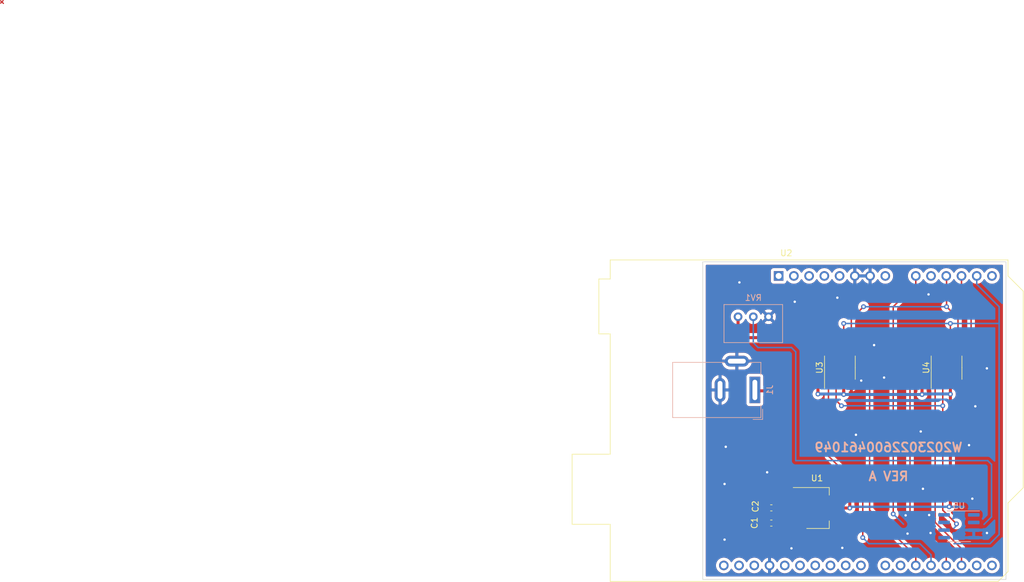
<source format=kicad_pcb>
(kicad_pcb (version 20211014) (generator pcbnew)
  (layers (0 "F.Cu" signal) (31 "B.Cu" signal) (34 "B.Paste" user) (35 "F.Paste" user) (36 "B.SilkS" user "B.Silkscreen") (37 "F.SilkS" user "F.Silkscreen") (38 "B.Mask" user) (39 "F.Mask" user) (44 "Edge.Cuts" user))
  (net 0 "")
  (net 1 "GND")
  (net 2 "Net-(C2-Pad1)")
  (net 3 "Net-(C1-Pad1)")
  (net 10 "Net-(U2-Pad9)")
  (net 12 "/MOSI")
  (net 13 "/MISO")
  (net 14 "/SCK")
  (net 18 "Net-(U2-Pad17)")
  (net 19 "Net-(U2-Pad18)")
  (net 20 "Net-(U2-Pad19)")
  (net 21 "Net-(U2-Pad20)")
  (net 33 "Net-(RV1-Pad2)")
  (footprint "Package_SO:SOIC-8_3.9x4.9mm_P1.27mm" (layer "F.Cu") (at 139.7 60.96 90)
    (fp_text reference "U3" (at 0 -3.4 90) (layer "F.SilkS"))
    (fp_text value "AT25SF081-SSHD-X")
    (fp_line (start 0 2.56) (end 1.95 2.56) (layer "F.SilkS") (width 0.12))
    (fp_line (start 0 -2.56) (end -3.45 -2.56) (layer "F.SilkS") (width 0.12))
    (fp_line (start 0 -2.56) (end 1.95 -2.56) (layer "F.SilkS") (width 0.12))
    (fp_line (start 0 2.56) (end -1.95 2.56) (layer "F.SilkS") (width 0.12))
    (pad "1" smd roundrect locked (at -2.475 -1.905 90) (size 1.95 0.6) (layers "F.Cu" "F.Paste" "F.Mask") (net 20 "Net-(U2-Pad19)"))
    (pad "2" smd roundrect locked (at -2.475 -0.635 90) (size 1.95 0.6) (layers "F.Cu" "F.Paste" "F.Mask") (net 13 "/MISO"))
    (pad "3" smd roundrect locked (at -2.475 0.635 90) (size 1.95 0.6) (layers "F.Cu" "F.Paste" "F.Mask") (net 2 "Net-(C2-Pad1)"))
    (pad "4" smd roundrect locked (at -2.475 1.905 90) (size 1.95 0.6) (layers "F.Cu" "F.Paste" "F.Mask") (net 1 "GND"))
    (pad "5" smd roundrect locked (at 2.475 1.905 90) (size 1.95 0.6) (layers "F.Cu" "F.Paste" "F.Mask") (net 12 "/MOSI"))
    (pad "6" smd roundrect locked (at 2.475 0.635 90) (size 1.95 0.6) (layers "F.Cu" "F.Paste" "F.Mask") (net 14 "/SCK"))
    (pad "7" smd roundrect locked (at 2.475 -0.635 90) (size 1.95 0.6) (layers "F.Cu" "F.Paste" "F.Mask") (net 21 "Net-(U2-Pad20)"))
    (pad "8" smd roundrect locked (at 2.475 -1.905 90) (size 1.95 0.6) (layers "F.Cu" "F.Paste" "F.Mask") (net 2 "Net-(C2-Pad1)"))
  )
  (footprint "Capacitor_SMD:C_0603_1608Metric" (layer "F.Cu") (at 128.27 86.868 180)
    (fp_text reference "C1" (at 2.807 0.0254 90) (layer "F.SilkS"))
    (fp_text value "C_Polarized_Small_US")
    (fp_line (start -0.14058 -0.51) (end 0.14058 -0.51) (layer "F.SilkS") (width 0.12))
    (fp_line (start -0.14058 0.51) (end 0.14058 0.51) (layer "F.SilkS") (width 0.12))
    (pad "1" smd roundrect locked (at -0.775 0 180) (size 0.9 0.95) (layers "F.Cu" "F.Paste" "F.Mask") (net 3 "Net-(C1-Pad1)"))
    (pad "2" smd roundrect locked (at 0.775 0 180) (size 0.9 0.95) (layers "F.Cu" "F.Paste" "F.Mask") (net 1 "GND"))
  )
  (footprint "Package_SO:SOIC-8_3.9x4.9mm_P1.27mm" (layer "F.Cu") (at 157.48 60.96 90)
    (fp_text reference "U4" (at 0 -3.4 90) (layer "F.SilkS"))
    (fp_text value "AT25SF081-SSHD-X")
    (fp_line (start 0 -2.56) (end 1.95 -2.56) (layer "F.SilkS") (width 0.12))
    (fp_line (start 0 2.56) (end 1.95 2.56) (layer "F.SilkS") (width 0.12))
    (fp_line (start 0 -2.56) (end -3.45 -2.56) (layer "F.SilkS") (width 0.12))
    (fp_line (start 0 2.56) (end -1.95 2.56) (layer "F.SilkS") (width 0.12))
    (pad "1" smd roundrect locked (at -2.475 -1.905 90) (size 1.95 0.6) (layers "F.Cu" "F.Paste" "F.Mask") (net 18 "Net-(U2-Pad17)"))
    (pad "2" smd roundrect locked (at -2.475 -0.635 90) (size 1.95 0.6) (layers "F.Cu" "F.Paste" "F.Mask") (net 13 "/MISO"))
    (pad "3" smd roundrect locked (at -2.475 0.635 90) (size 1.95 0.6) (layers "F.Cu" "F.Paste" "F.Mask") (net 2 "Net-(C2-Pad1)"))
    (pad "4" smd roundrect locked (at -2.475 1.905 90) (size 1.95 0.6) (layers "F.Cu" "F.Paste" "F.Mask") (net 1 "GND"))
    (pad "5" smd roundrect locked (at 2.475 1.905 90) (size 1.95 0.6) (layers "F.Cu" "F.Paste" "F.Mask") (net 12 "/MOSI"))
    (pad "6" smd roundrect locked (at 2.475 0.635 90) (size 1.95 0.6) (layers "F.Cu" "F.Paste" "F.Mask") (net 14 "/SCK"))
    (pad "7" smd roundrect locked (at 2.475 -0.635 90) (size 1.95 0.6) (layers "F.Cu" "F.Paste" "F.Mask") (net 19 "Net-(U2-Pad18)"))
    (pad "8" smd roundrect locked (at 2.475 -1.905 90) (size 1.95 0.6) (layers "F.Cu" "F.Paste" "F.Mask") (net 2 "Net-(C2-Pad1)"))
  )
  (footprint "Package_TO_SOT_SMD:SOT-223-3_TabPin2" (layer "F.Cu") (at 136.017 84.3534)
    (fp_text reference "U1" (at -0.127 -4.9784) (layer "F.SilkS"))
    (fp_text value "NCP1117-3.3_SOT223")
    (fp_line (start 1.91 -3.41) (end 1.91 -2.15) (layer "F.SilkS") (width 0.12))
    (fp_line (start -1.85 3.41) (end 1.91 3.41) (layer "F.SilkS") (width 0.12))
    (fp_line (start -4.1 -3.41) (end 1.91 -3.41) (layer "F.SilkS") (width 0.12))
    (fp_line (start 1.91 3.41) (end 1.91 2.15) (layer "F.SilkS") (width 0.12))
    (pad "1" smd rect locked (at -3.15 -2.3) (size 2 1.5) (layers "F.Cu" "F.Paste" "F.Mask") (net 1 "GND"))
    (pad "2" smd rect locked (at 3.15 0) (size 2 3.8) (layers "F.Cu" "F.Paste" "F.Mask") (net 2 "Net-(C2-Pad1)"))
    (pad "2" smd rect locked (at -3.15 0) (size 2 1.5) (layers "F.Cu" "F.Paste" "F.Mask") (net 2 "Net-(C2-Pad1)"))
    (pad "3" smd rect locked (at -3.15 2.3) (size 2 1.5) (layers "F.Cu" "F.Paste" "F.Mask") (net 3 "Net-(C1-Pad1)"))
  )
  (footprint "Module:Arduino_UNO_R3" (layer "F.Cu") (at 129.4892 45.6692)
    (fp_text reference "U2" (at 1.27 -3.81) (layer "F.SilkS"))
    (fp_text value "Arduino_UNO_R3")
    (fp_line (start 40.77 35.31) (end 40.77 2.54) (layer "F.SilkS") (width 0.12))
    (fp_line (start 40.77 2.54) (end 38.23 0) (layer "F.SilkS") (width 0.12))
    (fp_line (start -34.42 41.4) (end -28.07 41.4) (layer "F.SilkS") (width 0.12))
    (fp_line (start -28.07 -2.67) (end -28.07 0.51) (layer "F.SilkS") (width 0.12))
    (fp_line (start 38.23 -2.67) (end -28.07 -2.67) (layer "F.SilkS") (width 0.12))
    (fp_line (start 38.23 49.28) (end 38.23 37.85) (layer "F.SilkS") (width 0.12))
    (fp_line (start -28.07 0.51) (end -29.97 0.51) (layer "F.SilkS") (width 0.12))
    (fp_line (start -29.97 9.65) (end -28.07 9.65) (layer "F.SilkS") (width 0.12))
    (fp_line (start -29.97 0.51) (end -29.97 9.65) (layer "F.SilkS") (width 0.12))
    (fp_line (start 38.23 0) (end 38.23 -2.67) (layer "F.SilkS") (width 0.12))
    (fp_line (start -28.07 41.4) (end -28.07 50.93) (layer "F.SilkS") (width 0.12))
    (fp_line (start -28.07 29.72) (end -34.42 29.72) (layer "F.SilkS") (width 0.12))
    (fp_line (start 38.23 37.85) (end 40.77 35.31) (layer "F.SilkS") (width 0.12))
    (fp_line (start -28.07 9.65) (end -28.07 29.72) (layer "F.SilkS") (width 0.12))
    (fp_line (start 36.58 50.93) (end 38.23 49.28) (layer "F.SilkS") (width 0.12))
    (fp_line (start -28.07 50.93) (end 36.58 50.93) (layer "F.SilkS") (width 0.12))
    (fp_line (start -34.42 29.72) (end -34.42 41.4) (layer "F.SilkS") (width 0.12))
    (pad "1" thru_hole rect locked (at 0 0 90) (size 1.6 1.6) (drill 1) (layers *.Cu *.Mask))
    (pad "2" thru_hole oval locked (at 2.54 0 90) (size 1.6 1.6) (drill 1) (layers *.Cu *.Mask))
    (pad "3" thru_hole oval locked (at 5.08 0 90) (size 1.6 1.6) (drill 1) (layers *.Cu *.Mask))
    (pad "4" thru_hole oval locked (at 7.62 0 90) (size 1.6 1.6) (drill 1) (layers *.Cu *.Mask))
    (pad "5" thru_hole oval locked (at 10.16 0 90) (size 1.6 1.6) (drill 1) (layers *.Cu *.Mask))
    (pad "6" thru_hole oval locked (at 12.7 0 90) (size 1.6 1.6) (drill 1) (layers *.Cu *.Mask) (net 1 "GND"))
    (pad "7" thru_hole oval locked (at 15.24 0 90) (size 1.6 1.6) (drill 1) (layers *.Cu *.Mask) (net 1 "GND"))
    (pad "8" thru_hole oval locked (at 17.78 0 90) (size 1.6 1.6) (drill 1) (layers *.Cu *.Mask))
    (pad "9" thru_hole oval locked (at 22.86 0 90) (size 1.6 1.6) (drill 1) (layers *.Cu *.Mask) (net 10 "Net-(U2-Pad9)"))
    (pad "10" thru_hole oval locked (at 25.4 0 90) (size 1.6 1.6) (drill 1) (layers *.Cu *.Mask))
    (pad "11" thru_hole oval locked (at 27.94 0 90) (size 1.6 1.6) (drill 1) (layers *.Cu *.Mask) (net 12 "/MOSI"))
    (pad "12" thru_hole oval locked (at 30.48 0 90) (size 1.6 1.6) (drill 1) (layers *.Cu *.Mask) (net 13 "/MISO"))
    (pad "13" thru_hole oval locked (at 33.02 0 90) (size 1.6 1.6) (drill 1) (layers *.Cu *.Mask) (net 14 "/SCK"))
    (pad "14" thru_hole oval locked (at 35.56 0 90) (size 1.6 1.6) (drill 1) (layers *.Cu *.Mask))
    (pad "15" thru_hole oval locked (at 35.56 48.26 90) (size 1.6 1.6) (drill 1) (layers *.Cu *.Mask))
    (pad "16" thru_hole oval locked (at 33.02 48.26 90) (size 1.6 1.6) (drill 1) (layers *.Cu *.Mask))
    (pad "17" thru_hole oval locked (at 30.48 48.26 90) (size 1.6 1.6) (drill 1) (layers *.Cu *.Mask) (net 18 "Net-(U2-Pad17)"))
    (pad "18" thru_hole oval locked (at 27.94 48.26 90) (size 1.6 1.6) (drill 1) (layers *.Cu *.Mask) (net 19 "Net-(U2-Pad18)"))
    (pad "19" thru_hole oval locked (at 25.4 48.26 90) (size 1.6 1.6) (drill 1) (layers *.Cu *.Mask) (net 20 "Net-(U2-Pad19)"))
    (pad "20" thru_hole oval locked (at 22.86 48.26 90) (size 1.6 1.6) (drill 1) (layers *.Cu *.Mask) (net 21 "Net-(U2-Pad20)"))
    (pad "21" thru_hole oval locked (at 20.32 48.26 90) (size 1.6 1.6) (drill 1) (layers *.Cu *.Mask))
    (pad "22" thru_hole oval locked (at 17.78 48.26 90) (size 1.6 1.6) (drill 1) (layers *.Cu *.Mask))
    (pad "23" thru_hole oval locked (at 13.72 48.26 90) (size 1.6 1.6) (drill 1) (layers *.Cu *.Mask))
    (pad "24" thru_hole oval locked (at 11.18 48.26 90) (size 1.6 1.6) (drill 1) (layers *.Cu *.Mask))
    (pad "25" thru_hole oval locked (at 8.64 48.26 90) (size 1.6 1.6) (drill 1) (layers *.Cu *.Mask))
    (pad "26" thru_hole oval locked (at 6.1 48.26 90) (size 1.6 1.6) (drill 1) (layers *.Cu *.Mask))
    (pad "27" thru_hole oval locked (at 3.56 48.26 90) (size 1.6 1.6) (drill 1) (layers *.Cu *.Mask))
    (pad "28" thru_hole oval locked (at 1.02 48.26 90) (size 1.6 1.6) (drill 1) (layers *.Cu *.Mask))
    (pad "29" thru_hole oval locked (at -1.52 48.26 90) (size 1.6 1.6) (drill 1) (layers *.Cu *.Mask) (net 1 "GND"))
    (pad "30" thru_hole oval locked (at -4.06 48.26 90) (size 1.6 1.6) (drill 1) (layers *.Cu *.Mask))
    (pad "31" thru_hole oval locked (at -6.6 48.26 90) (size 1.6 1.6) (drill 1) (layers *.Cu *.Mask))
    (pad "32" thru_hole oval locked (at -9.14 48.26 90) (size 1.6 1.6) (drill 1) (layers *.Cu *.Mask))
  )
  (footprint "Capacitor_SMD:C_0603_1608Metric" (layer "F.Cu") (at 128.27 84.328 180)
    (fp_text reference "C2" (at 2.6416 0.2286 90) (layer "F.SilkS"))
    (fp_text value "C_Polarized_Small_US")
    (fp_line (start -0.14058 -0.51) (end 0.14058 -0.51) (layer "F.SilkS") (width 0.12))
    (fp_line (start -0.14058 0.51) (end 0.14058 0.51) (layer "F.SilkS") (width 0.12))
    (pad "1" smd roundrect locked (at -0.775 0 180) (size 0.9 0.95) (layers "F.Cu" "F.Paste" "F.Mask") (net 2 "Net-(C2-Pad1)"))
    (pad "2" smd roundrect locked (at 0.775 0 180) (size 0.9 0.95) (layers "F.Cu" "F.Paste" "F.Mask") (net 1 "GND"))
  )
  (footprint "Connector_BarrelJack:BarrelJack_Wuerth_6941xx301002" (layer "B.Cu") (at 125.525 64.675 90)
    (fp_text reference "J1" (at 0 2.5 90) (layer "B.SilkS") (effects (justify mirror)))
    (fp_text value "Barrel_Jack_Switch_Pin3Ring")
    (fp_line (start 4.6 -5.2) (end 4.6 -13.7) (layer "B.SilkS") (width 0.12))
    (fp_line (start -3.2 1.3) (end -4.9 1.3) (layer "B.SilkS") (width 0.12))
    (fp_line (start -4.6 1) (end -2.5 1) (layer "B.SilkS") (width 0.12))
    (fp_line (start 4.6 -13.7) (end -4.6 -13.7) (layer "B.SilkS") (width 0.12))
    (fp_line (start -4.9 1.3) (end -4.9 -0.3) (layer "B.SilkS") (width 0.12))
    (fp_line (start 2.5 1) (end 4.6 1) (layer "B.SilkS") (width 0.12))
    (fp_line (start -4.6 -13.7) (end -4.6 1) (layer "B.SilkS") (width 0.12))
    (fp_line (start 4.6 1) (end 4.6 -0.8) (layer "B.SilkS") (width 0.12))
    (pad "1" thru_hole rect locked (at 0 0 90) (size 4.4 1.8) (drill oval 3.4 0.8) (layers *.Cu *.Mask) (net 3 "Net-(C1-Pad1)"))
    (pad "2" thru_hole oval locked (at 0 -5.8 90) (size 4 1.8) (drill oval 3 0.8) (layers *.Cu *.Mask) (net 1 "GND"))
    (pad "3" thru_hole oval locked (at 4.8 -3) (size 4 1.8) (drill oval 3 0.8) (layers *.Cu *.Mask) (net 1 "GND"))
  )
  (footprint "Potentiometer_THT:Potentiometer_Bourns_3299W_Vertical" (layer "B.Cu") (at 122.725 52.475 180)
    (fp_text reference "RV1" (at -2.54 3.16) (layer "B.SilkS") (effects (justify mirror)))
    (fp_text value "R_Potentiometer")
    (fp_line (start 2.345 2.03) (end 2.345 -4.31) (layer "B.SilkS") (width 0.12))
    (fp_line (start -7.425 2.03) (end 2.345 2.03) (layer "B.SilkS") (width 0.12))
    (fp_line (start -7.425 -4.31) (end 2.345 -4.31) (layer "B.SilkS") (width 0.12))
    (fp_line (start -7.425 2.03) (end -7.425 -4.31) (layer "B.SilkS") (width 0.12))
    (pad "1" thru_hole circle locked (at 0 0 180) (size 1.44 1.44) (drill 0.8) (layers *.Cu *.Mask) (net 2 "Net-(C2-Pad1)"))
    (pad "2" thru_hole circle locked (at -2.54 0 180) (size 1.44 1.44) (drill 0.8) (layers *.Cu *.Mask) (net 33 "Net-(RV1-Pad2)"))
    (pad "3" thru_hole circle locked (at -5.08 0 180) (size 1.44 1.44) (drill 0.8) (layers *.Cu *.Mask) (net 1 "GND"))
  )
  (footprint "Package_SO:SOIC-8_3.9x4.9mm_P1.27mm" (layer "B.Cu") (at 159.5374 87.4 180)
    (fp_text reference "U5" (at 0 3.4) (layer "B.SilkS") (effects (justify mirror)))
    (fp_text value "MCP3550-60-ESN")
    (fp_line (start 0 2.56) (end -3.45 2.56) (layer "B.SilkS") (width 0.12))
    (fp_line (start 0 -2.56) (end -1.95 -2.56) (layer "B.SilkS") (width 0.12))
    (fp_line (start 0 -2.56) (end 1.95 -2.56) (layer "B.SilkS") (width 0.12))
    (fp_line (start 0 2.56) (end 1.95 2.56) (layer "B.SilkS") (width 0.12))
    (pad "1" smd roundrect (at -2.475 1.905 180) (size 1.95 0.6) (layers "B.Cu" "B.Paste" "B.Mask") (net 2 "Net-(C2-Pad1)"))
    (pad "2" smd roundrect (at -2.475 0.635 180) (size 1.95 0.6) (layers "B.Cu" "B.Paste" "B.Mask") (net 33 "Net-(RV1-Pad2)"))
    (pad "3" smd roundrect (at -2.475 -0.635 180) (size 1.95 0.6) (layers "B.Cu" "B.Paste" "B.Mask") (net 1 "GND"))
    (pad "4" smd roundrect (at -2.475 -1.905 180) (size 1.95 0.6) (layers "B.Cu" "B.Paste" "B.Mask") (net 1 "GND"))
    (pad "5" smd roundrect (at 2.475 -1.905 180) (size 1.95 0.6) (layers "B.Cu" "B.Paste" "B.Mask") (net 14 "/SCK"))
    (pad "6" smd roundrect (at 2.475 -0.635 180) (size 1.95 0.6) (layers "B.Cu" "B.Paste" "B.Mask") (net 13 "/MISO"))
    (pad "7" smd roundrect (at 2.475 0.635 180) (size 1.95 0.6) (layers "B.Cu" "B.Paste" "B.Mask") (net 10 "Net-(U2-Pad9)"))
    (pad "8" smd roundrect (at 2.475 1.905 180) (size 1.95 0.6) (layers "B.Cu" "B.Paste" "B.Mask") (net 2 "Net-(C2-Pad1)"))
  )
  (gr_line (start 0 0) (end -0.2 -0.2) (layer "F.Cu") (width 0.2))
  (gr_line (start 0 0) (end 0.225 -0.225) (layer "F.Cu") (width 0.2))
  (gr_line (start 0 0) (end 0.275 0.25) (layer "F.Cu") (width 0.2))
  (gr_line (start 0 0) (end -0.2 0.2) (layer "F.Cu") (width 0.2))
  (gr_rect (start 167.386 96.266) (end 116.84 43.307) (layer "Edge.Cuts") (width 0.1) (fill none))
  (gr_text "W2023022600461049" (at 147.8 74.25) (layer "B.SilkS") (effects (font (size 1.5 1.5) (thickness 0.3)) (justify mirror)))
  (gr_text "REV A" (at 147.8 79.075) (layer "B.SilkS") (effects (font (size 1.5 1.5) (thickness 0.3)) (justify mirror)))
  (via (at 127.575 78.4) (size 0.8) (drill 0.4) (layers "F.Cu" "B.Cu") (net 1))
  (via (at 147.066 62.611) (size 0.8) (drill 0.4) (layers "F.Cu" "B.Cu") (net 1))
  (via (at 142.375 72.15) (size 0.8) (drill 0.4) (layers "F.Cu" "B.Cu") (net 1))
  (via (at 120.475 89.625) (size 0.8) (drill 0.4) (layers "F.Cu" "B.Cu") (net 1))
  (via (at 143.256 63.119) (size 0.8) (drill 0.4) (layers "F.Cu" "B.Cu") (net 1))
  (via (at 122.95 46.75) (size 0.8) (drill 0.4) (layers "F.Cu" "B.Cu") (net 1))
  (via (at 131.625 91.075) (size 0.8) (drill 0.4) (layers "F.Cu" "B.Cu") (net 1))
  (via (at 150.6595 85.575) (size 0.8) (drill 0.4) (layers "F.Cu" "B.Cu") (net 1))
  (via (at 140.1 91) (size 0.8) (drill 0.4) (layers "F.Cu" "B.Cu") (net 1))
  (via (at 164.211 88.519) (size 0.8) (drill 0.4) (layers "F.Cu" "B.Cu") (net 1))
  (via (at 120.475 80.35) (size 0.8) (drill 0.4) (layers "F.Cu" "B.Cu") (net 1))
  (via (at 164.2 61.075) (size 0.8) (drill 0.4) (layers "F.Cu" "B.Cu") (net 1))
  (via (at 154.575 85.525) (size 0.8) (drill 0.4) (layers "F.Cu" "B.Cu") (net 1))
  (via (at 153.543 81.153) (size 0.8) (drill 0.4) (layers "F.Cu" "B.Cu") (net 1))
  (via (at 161.775 82.8) (size 0.8) (drill 0.4) (layers "F.Cu" "B.Cu") (net 1))
  (via (at 145.4 57.2) (size 0.8) (drill 0.4) (layers "F.Cu" "B.Cu") (net 1))
  (via (at 153.175 71.6) (size 0.8) (drill 0.4) (layers "F.Cu" "B.Cu") (net 1))
  (via (at 154.475 48.75) (size 0.8) (drill 0.4) (layers "F.Cu" "B.Cu") (net 1))
  (via (at 150.975 88.625) (size 0.8) (drill 0.4) (layers "F.Cu" "B.Cu") (net 1))
  (via (at 154.813 88.519) (size 0.8) (drill 0.4) (layers "F.Cu" "B.Cu") (net 1))
  (via (at 132.175 49.975) (size 0.8) (drill 0.4) (layers "F.Cu" "B.Cu") (net 1))
  (via (at 139.275 49.3) (size 0.8) (drill 0.4) (layers "F.Cu" "B.Cu") (net 1))
  (via (at 120.675 74.15) (size 0.8) (drill 0.4) (layers "F.Cu" "B.Cu") (net 1))
  (via (at 161.225 73.875) (size 0.8) (drill 0.4) (layers "F.Cu" "B.Cu") (net 1))
  (via (at 162.275 67.4) (size 0.8) (drill 0.4) (layers "F.Cu" "B.Cu") (net 1))
  (segment (start 129.045 84.328) (end 129.045 80.632) (width 0.508) (layer "F.Cu") (net 2))
  (segment (start 136.0424 55.9562) (end 136.0424 65.3542) (width 0.508) (layer "F.Cu") (net 2))
  (segment (start 155.575 56.7182) (end 155.448 56.5912) (width 0.508) (layer "F.Cu") (net 2))
  (segment (start 141.351 84.3534) (end 139.167 84.3534) (width 0.508) (layer "F.Cu") (net 2))
  (segment (start 129.045 80.632) (end 130.175 79.502) (width 0.508) (layer "F.Cu") (net 2))
  (segment (start 141.351 80.899) (end 141.351 84.3534) (width 0.508) (layer "F.Cu") (net 2))
  (segment (start 129.0704 84.3534) (end 132.867 84.3534) (width 0.5) (layer "F.Cu") (net 2))
  (segment (start 158.115 63.435) (end 158.115 65.3796) (width 0.508) (layer "F.Cu") (net 2))
  (segment (start 140.335 64.9224) (end 140.335 65.4304) (width 0.508) (layer "F.Cu") (net 2))
  (segment (start 122.725 55.025) (end 122.725 52.475) (width 0.508) (layer "F.Cu") (net 2))
  (segment (start 136.0424 55.9562) (end 123.6562 55.9562) (width 0.508) (layer "F.Cu") (net 2))
  (segment (start 136.0424 55.9562) (end 137.1092 55.9562) (width 0.508) (layer "F.Cu") (net 2))
  (segment (start 157.925 84.15) (end 158.115 83.96) (width 0.508) (layer "F.Cu") (net 2))
  (segment (start 153.3906 56.6928) (end 153.3906 65.4304) (width 0.508) (layer "F.Cu") (net 2))
  (segment (start 129.045 84.328) (end 129.0704 84.3534) (width 0.5) (layer "F.Cu") (net 2))
  (segment (start 155.448 56.5912) (end 153.4922 56.5912) (width 0.508) (layer "F.Cu") (net 2))
  (segment (start 139.954 79.502) (end 141.351 80.899) (width 0.508) (layer "F.Cu") (net 2))
  (segment (start 137.1092 55.9562) (end 137.795 56.642) (width 0.508) (layer "F.Cu") (net 2))
  (segment (start 155.575 58.485) (end 155.575 56.7182) (width 0.508) (layer "F.Cu") (net 2))
  (segment (start 140.335 63.435) (end 140.335 64.9224) (width 0.508) (layer "F.Cu") (net 2))
  (segment (start 137.795 56.642) (end 137.795 58.485) (width 0.508) (layer "F.Cu") (net 2))
  (segment (start 158.115 83.96) (end 158.115 65.3796) (width 0.508) (layer "F.Cu") (net 2))
  (segment (start 130.175 79.502) (end 139.954 79.502) (width 0.508) (layer "F.Cu") (net 2))
  (segment (start 123.6562 55.9562) (end 122.725 55.025) (width 0.508) (layer "F.Cu") (net 2))
  (segment (start 153.4922 56.5912) (end 153.3906 56.6928) (width 0.508) (layer "F.Cu") (net 2))
  (via (at 140.335 65.4304) (size 0.8) (drill 0.4) (layers "F.Cu" "B.Cu") (net 2))
  (via (at 141.351 84.3534) (size 0.8) (drill 0.4) (layers "F.Cu" "B.Cu") (net 2))
  (via (at 158.115 65.3796) (size 0.8) (drill 0.4) (layers "F.Cu" "B.Cu") (net 2))
  (via (at 136.0424 65.3542) (size 0.8) (drill 0.4) (layers "F.Cu" "B.Cu") (net 2))
  (via (at 153.3906 65.4304) (size 0.8) (drill 0.4) (layers "F.Cu" "B.Cu") (net 2))
  (via (at 157.925 84.15) (size 0.8) (drill 0.4) (layers "F.Cu" "B.Cu") (net 2))
  (segment (start 153.3906 65.4304) (end 140.335 65.4304) (width 0.508) (layer "B.Cu") (net 2))
  (segment (start 158.0758 65.3404) (end 158.115 65.3796) (width 0.508) (layer "B.Cu") (net 2))
  (segment (start 153.3906 65.4304) (end 153.4806 65.3404) (width 0.508) (layer "B.Cu") (net 2))
  (segment (start 136.0424 65.3542) (end 140.2588 65.3542) (width 0.508) (layer "B.Cu") (net 2))
  (segment (start 160.4 84.15) (end 141.5544 84.15) (width 0.381) (layer "B.Cu") (net 2))
  (segment (start 140.2588 65.3542) (end 140.335 65.4304) (width 0.508) (layer "B.Cu") (net 2))
  (segment (start 153.4806 65.3404) (end 158.0758 65.3404) (width 0.508) (layer "B.Cu") (net 2))
  (segment (start 129.159 73.279) (end 129.159 66.294) (width 0.5) (layer "F.Cu") (net 3))
  (segment (start 129.045 86.868) (end 130.429 86.868) (width 0.5) (layer "F.Cu") (net 3))
  (segment (start 130.429 86.868) (end 130.6436 86.6534) (width 0.5) (layer "F.Cu") (net 3))
  (segment (start 129.045 86.868) (end 129.045 88.379) (width 0.5) (layer "F.Cu") (net 3))
  (segment (start 128.143 89.281) (end 123.952 89.281) (width 0.5) (layer "F.Cu") (net 3))
  (segment (start 129.045 88.379) (end 128.143 89.281) (width 0.5) (layer "F.Cu") (net 3))
  (segment (start 129.159 66.294) (end 127.6858 64.8208) (width 0.5) (layer "F.Cu") (net 3))
  (segment (start 123.063 88.392) (end 123.063 79.375) (width 0.5) (layer "F.Cu") (net 3))
  (segment (start 130.6436 86.6534) (end 132.867 86.6534) (width 0.5) (layer "F.Cu") (net 3))
  (segment (start 123.952 89.281) (end 123.063 88.392) (width 0.5) (layer "F.Cu") (net 3))
  (segment (start 127.6858 64.8208) (end 125.5014 64.8208) (width 0.5) (layer "F.Cu") (net 3))
  (segment (start 123.063 79.375) (end 129.159 73.279) (width 0.5) (layer "F.Cu") (net 3))
  (segment (start 148.59 85.344) (end 148.59 50.8) (width 0.25) (layer "F.Cu") (net 10))
  (segment (start 152.3492 47.0408) (end 152.3492 45.6692) (width 0.25) (layer "F.Cu") (net 10))
  (segment (start 148.59 50.8) (end 152.3492 47.0408) (width 0.25) (layer "F.Cu") (net 10))
  (via (at 148.59 85.344) (size 0.8) (drill 0.4) (layers "F.Cu" "B.Cu") (net 10))
  (segment (start 150.296 87.05) (end 148.59 85.344) (width 0.25) (layer "B.Cu") (net 10))
  (segment (start 141.605 52.832) (end 141.605 58.485) (width 0.25) (layer "F.Cu") (net 12))
  (segment (start 143.637 50.8) (end 141.605 52.832) (width 0.25) (layer "F.Cu") (net 12))
  (segment (start 157.48 50.8) (end 157.48 45.72) (width 0.25) (layer "F.Cu") (net 12))
  (segment (start 159.385 58.485) (end 159.385 52.705) (width 0.25) (layer "F.Cu") (net 12))
  (segment (start 159.385 52.705) (end 157.48 50.8) (width 0.25) (layer "F.Cu") (net 12))
  (via (at 143.637 50.8) (size 0.8) (drill 0.4) (layers "F.Cu" "B.Cu") (net 12))
  (via (at 157.48 50.8) (size 0.8) (drill 0.4) (layers "F.Cu" "B.Cu") (net 12))
  (segment (start 157.48 50.8) (end 143.637 50.8) (width 0.25) (layer "B.Cu") (net 12))
  (segment (start 139.065 66.421) (end 139.954 67.31) (width 0.25) (layer "F.Cu") (net 13))
  (segment (start 159.9692 51.0032) (end 161.5694 52.6034) (width 0.25) (layer "F.Cu") (net 13))
  (segment (start 161.5694 60.2996) (end 160.782 61.087) (width 0.25) (layer "F.Cu") (net 13))
  (segment (start 161.5694 52.6034) (end 161.5694 60.2996) (width 0.25) (layer "F.Cu") (net 13))
  (segment (start 139.065 63.435) (end 139.065 66.421) (width 0.25) (layer "F.Cu") (net 13))
  (segment (start 159.131 86.995) (end 156.845 84.709) (width 0.25) (layer "F.Cu") (net 13))
  (segment (start 160.782 61.087) (end 157.48 61.087) (width 0.25) (layer "F.Cu") (net 13))
  (segment (start 156.845 67.31) (end 156.845 84.455) (width 0.25) (layer "F.Cu") (net 13))
  (segment (start 157.48 61.087) (end 156.845 61.722) (width 0.25) (layer "F.Cu") (net 13))
  (segment (start 156.845 61.722) (end 156.845 63.435) (width 0.25) (layer "F.Cu") (net 13))
  (segment (start 159.9692 45.6692) (end 159.9692 51.0032) (width 0.25) (layer "F.Cu") (net 13))
  (segment (start 156.845 63.435) (end 156.845 67.31) (width 0.25) (layer "F.Cu") (net 13))
  (segment (start 156.845 84.709) (end 156.845 84.455) (width 0.25) (layer "F.Cu") (net 13))
  (via (at 159.131 86.995) (size 0.8) (drill 0.4) (layers "F.Cu" "B.Cu") (net 13))
  (via (at 139.954 67.31) (size 0.8) (drill 0.4) (layers "F.Cu" "B.Cu") (net 13))
  (via (at 156.845 67.31) (size 0.8) (drill 0.4) (layers "F.Cu" "B.Cu") (net 13))
  (segment (start 159.131 86.995) (end 159.131 87.294) (width 0.25) (layer "B.Cu") (net 13))
  (segment (start 159.131 87.294) (end 158.7 87.725) (width 0.25) (layer "B.Cu") (net 13))
  (segment (start 156.845 67.31) (end 139.954 67.31) (width 0.25) (layer "B.Cu") (net 13))
  (segment (start 140.335 58.485) (end 140.335 53.594) (width 0.25) (layer "F.Cu") (net 14))
  (segment (start 158.115 58.485) (end 158.115 53.594) (width 0.25) (layer "F.Cu") (net 14))
  (via (at 158.115 53.594) (size 0.8) (drill 0.4) (layers "F.Cu" "B.Cu") (net 14))
  (via (at 140.335 53.594) (size 0.8) (drill 0.4) (layers "F.Cu" "B.Cu") (net 14))
  (segment (start 166.243 50.8) (end 162.5092 47.0662) (width 0.25) (layer "B.Cu") (net 14))
  (segment (start 164.719 90.297) (end 158.722 90.297) (width 0.25) (layer "B.Cu") (net 14))
  (segment (start 166.243 53.594) (end 166.243 50.8) (width 0.25) (layer "B.Cu") (net 14))
  (segment (start 162.5092 47.0662) (end 162.5092 45.6692) (width 0.25) (layer "B.Cu") (net 14))
  (segment (start 166.243 53.594) (end 166.243 88.773) (width 0.25) (layer "B.Cu") (net 14))
  (segment (start 158.115 53.594) (end 140.335 53.594) (width 0.25) (layer "B.Cu") (net 14))
  (segment (start 166.243 88.773) (end 164.719 90.297) (width 0.25) (layer "B.Cu") (net 14))
  (segment (start 166.243 53.594) (end 158.115 53.594) (width 0.25) (layer "B.Cu") (net 14))
  (segment (start 159.9692 91.1352) (end 159.9692 93.9292) (width 0.25) (layer "F.Cu") (net 18))
  (segment (start 155.575 86.741) (end 159.9692 91.1352) (width 0.25) (layer "F.Cu") (net 18))
  (segment (start 155.575 63.435) (end 155.575 86.741) (width 0.25) (layer "F.Cu") (net 18))
  (segment (start 151.765 55.753) (end 156.464 55.753) (width 0.25) (layer "F.Cu") (net 19))
  (segment (start 156.464 55.753) (end 156.845 56.134) (width 0.25) (layer "F.Cu") (net 19))
  (segment (start 156.845 56.134) (end 156.845 58.485) (width 0.25) (layer "F.Cu") (net 19))
  (segment (start 157.4292 93.9292) (end 157.4292 92.4052) (width 0.25) (layer "F.Cu") (net 19))
  (segment (start 151.384 56.134) (end 151.765 55.753) (width 0.25) (layer "F.Cu") (net 19))
  (segment (start 157.4292 92.4052) (end 151.384 86.36) (width 0.25) (layer "F.Cu") (net 19))
  (segment (start 151.384 86.36) (end 151.384 56.134) (width 0.25) (layer "F.Cu") (net 19))
  (segment (start 143.51 89.281) (end 143.51 81.407) (width 0.25) (layer "F.Cu") (net 20))
  (segment (start 137.795 75.692) (end 137.795 63.435) (width 0.25) (layer "F.Cu") (net 20))
  (segment (start 143.51 81.407) (end 137.795 75.692) (width 0.25) (layer "F.Cu") (net 20))
  (via (at 143.51 89.281) (size 0.8) (drill 0.4) (layers "F.Cu" "B.Cu") (net 20))
  (segment (start 144.526 90.297) (end 153.035 90.297) (width 0.25) (layer "B.Cu") (net 20))
  (segment (start 153.035 90.297) (end 154.8892 92.1512) (width 0.25) (layer "B.Cu") (net 20))
  (segment (start 154.8892 92.1512) (end 154.8892 93.9292) (width 0.25) (layer "B.Cu") (net 20))
  (segment (start 143.51 89.281) (end 144.526 90.297) (width 0.25) (layer "B.Cu") (net 20))
  (segment (start 144.653 61.976) (end 143.891 61.214) (width 0.25) (layer "F.Cu") (net 21))
  (segment (start 152.3492 92.4052) (end 144.653 84.709) (width 0.25) (layer "F.Cu") (net 21))
  (segment (start 139.827 61.214) (end 139.065 60.452) (width 0.25) (layer "F.Cu") (net 21))
  (segment (start 139.065 60.452) (end 139.065 58.485) (width 0.25) (layer "F.Cu") (net 21))
  (segment (start 143.891 61.214) (end 139.827 61.214) (width 0.25) (layer "F.Cu") (net 21))
  (segment (start 144.653 84.709) (end 144.653 61.976) (width 0.25) (layer "F.Cu") (net 21))
  (segment (start 152.3492 93.9292) (end 152.3492 92.4052) (width 0.25) (layer "F.Cu") (net 21))
  (segment (start 164.973 77.089) (end 164.338 76.454) (width 0.25) (layer "B.Cu") (net 33))
  (segment (start 126.0602 57.6072) (end 131.6228 57.6072) (width 0.25) (layer "B.Cu") (net 33))
  (segment (start 163.725 87.075) (end 164.973 85.827) (width 0.25) (layer "B.Cu") (net 33))
  (segment (start 125.232 56.779) (end 126.0602 57.6072) (width 0.25) (layer "B.Cu") (net 33))
  (segment (start 164.973 85.827) (end 164.973 77.089) (width 0.25) (layer "B.Cu") (net 33))
  (segment (start 125.265 52.475) (end 125.265 56.746) (width 0.25) (layer "B.Cu") (net 33))
  (segment (start 131.6228 57.6072) (end 132.334 58.3184) (width 0.25) (layer "B.Cu") (net 33))
  (segment (start 164.338 76.454) (end 132.3848 76.454) (width 0.25) (layer "B.Cu") (net 33))
  (segment (start 132.334 58.3184) (end 132.334 76.454) (width 0.25) (layer "B.Cu") (net 33))
  (zone (net 1) (net_name "GND") (layers F&B.Cu) (connect_pads (clearance 0.508)) (min_thickness 0.254) (fill yes (thermal_gap 0.508) (thermal_bridge_width 0.508))
    (polygon (pts (xy 167.132 96.139) (xy 117.094 96.139) (xy 117.094 43.434) (xy 167.259 43.434)))
  )
)
</source>
